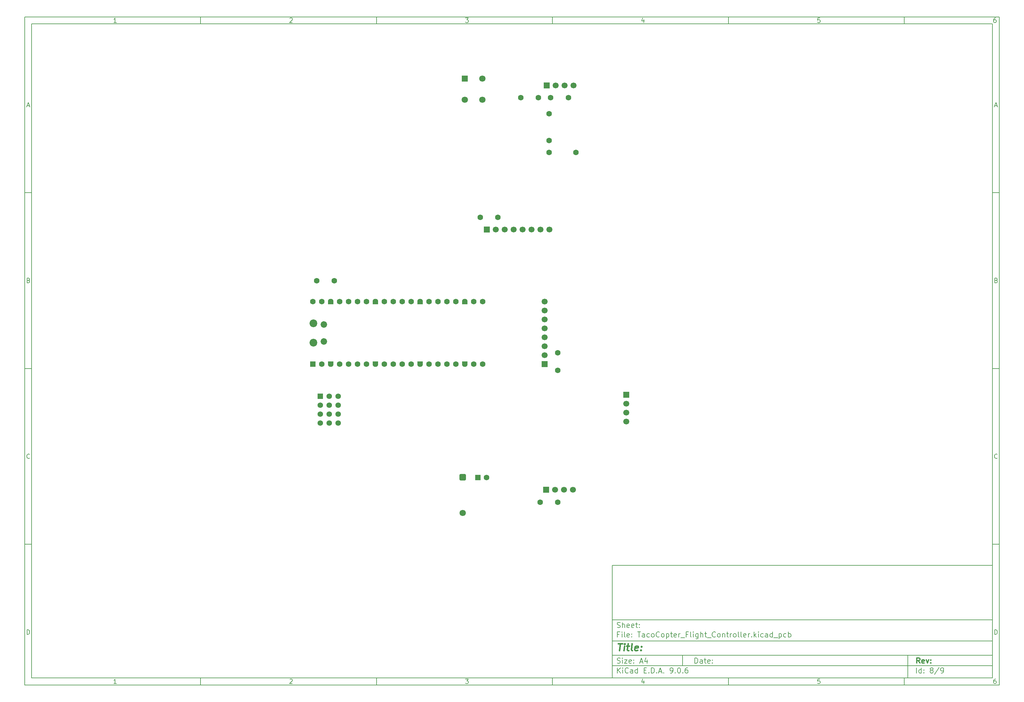
<source format=gbs>
%TF.GenerationSoftware,KiCad,Pcbnew,9.0.6*%
%TF.CreationDate,2025-12-22T22:43:43-05:00*%
%TF.ProjectId,TacoCopter_Flight_Controller,5461636f-436f-4707-9465-725f466c6967,rev?*%
%TF.SameCoordinates,Original*%
%TF.FileFunction,Soldermask,Bot*%
%TF.FilePolarity,Negative*%
%FSLAX46Y46*%
G04 Gerber Fmt 4.6, Leading zero omitted, Abs format (unit mm)*
G04 Created by KiCad (PCBNEW 9.0.6) date 2025-12-22 22:43:43*
%MOMM*%
%LPD*%
G01*
G04 APERTURE LIST*
G04 Aperture macros list*
%AMRoundRect*
0 Rectangle with rounded corners*
0 $1 Rounding radius*
0 $2 $3 $4 $5 $6 $7 $8 $9 X,Y pos of 4 corners*
0 Add a 4 corners polygon primitive as box body*
4,1,4,$2,$3,$4,$5,$6,$7,$8,$9,$2,$3,0*
0 Add four circle primitives for the rounded corners*
1,1,$1+$1,$2,$3*
1,1,$1+$1,$4,$5*
1,1,$1+$1,$6,$7*
1,1,$1+$1,$8,$9*
0 Add four rect primitives between the rounded corners*
20,1,$1+$1,$2,$3,$4,$5,0*
20,1,$1+$1,$4,$5,$6,$7,0*
20,1,$1+$1,$6,$7,$8,$9,0*
20,1,$1+$1,$8,$9,$2,$3,0*%
%AMFreePoly0*
4,1,37,0.000000,0.796148,0.078414,0.796148,0.232228,0.765552,0.377117,0.705537,0.507515,0.618408,0.618408,0.507515,0.705537,0.377117,0.765552,0.232228,0.796148,0.078414,0.796148,-0.078414,0.765552,-0.232228,0.705537,-0.377117,0.618408,-0.507515,0.507515,-0.618408,0.377117,-0.705537,0.232228,-0.765552,0.078414,-0.796148,0.000000,-0.796148,0.000000,-0.800000,-0.600000,-0.800000,
-0.603843,-0.796157,-0.639018,-0.796157,-0.711114,-0.766294,-0.766294,-0.711114,-0.796157,-0.639018,-0.796157,-0.603843,-0.800000,-0.600000,-0.800000,0.600000,-0.796157,0.603843,-0.796157,0.639018,-0.766294,0.711114,-0.711114,0.766294,-0.639018,0.796157,-0.603843,0.796157,-0.600000,0.800000,0.000000,0.800000,0.000000,0.796148,0.000000,0.796148,$1*%
%AMFreePoly1*
4,1,37,0.603843,0.796157,0.639018,0.796157,0.711114,0.766294,0.766294,0.711114,0.796157,0.639018,0.796157,0.603843,0.800000,0.600000,0.800000,-0.600000,0.796157,-0.603843,0.796157,-0.639018,0.766294,-0.711114,0.711114,-0.766294,0.639018,-0.796157,0.603843,-0.796157,0.600000,-0.800000,0.000000,-0.800000,0.000000,-0.796148,-0.078414,-0.796148,-0.232228,-0.765552,-0.377117,-0.705537,
-0.507515,-0.618408,-0.618408,-0.507515,-0.705537,-0.377117,-0.765552,-0.232228,-0.796148,-0.078414,-0.796148,0.078414,-0.765552,0.232228,-0.705537,0.377117,-0.618408,0.507515,-0.507515,0.618408,-0.377117,0.705537,-0.232228,0.765552,-0.078414,0.796148,0.000000,0.796148,0.000000,0.800000,0.600000,0.800000,0.603843,0.796157,0.603843,0.796157,$1*%
G04 Aperture macros list end*
%ADD10C,0.100000*%
%ADD11C,0.150000*%
%ADD12C,0.300000*%
%ADD13C,0.400000*%
%ADD14R,1.700000X1.700000*%
%ADD15C,1.700000*%
%ADD16C,1.600000*%
%ADD17FreePoly0,90.000000*%
%ADD18FreePoly1,90.000000*%
%ADD19RoundRect,0.200000X0.600000X-0.600000X0.600000X0.600000X-0.600000X0.600000X-0.600000X-0.600000X0*%
%ADD20C,2.200000*%
%ADD21C,1.850000*%
%ADD22RoundRect,0.250000X-0.550000X-0.550000X0.550000X-0.550000X0.550000X0.550000X-0.550000X0.550000X0*%
%ADD23R,1.800000X1.800000*%
%ADD24C,1.800000*%
%ADD25RoundRect,0.102000X-0.685000X0.685000X-0.685000X-0.685000X0.685000X-0.685000X0.685000X0.685000X0*%
%ADD26C,1.574000*%
%ADD27RoundRect,0.250000X-0.650000X0.650000X-0.650000X-0.650000X0.650000X-0.650000X0.650000X0.650000X0*%
G04 APERTURE END LIST*
D10*
D11*
X177002200Y-166007200D02*
X285002200Y-166007200D01*
X285002200Y-198007200D01*
X177002200Y-198007200D01*
X177002200Y-166007200D01*
D10*
D11*
X10000000Y-10000000D02*
X287002200Y-10000000D01*
X287002200Y-200007200D01*
X10000000Y-200007200D01*
X10000000Y-10000000D01*
D10*
D11*
X12000000Y-12000000D02*
X285002200Y-12000000D01*
X285002200Y-198007200D01*
X12000000Y-198007200D01*
X12000000Y-12000000D01*
D10*
D11*
X60000000Y-12000000D02*
X60000000Y-10000000D01*
D10*
D11*
X110000000Y-12000000D02*
X110000000Y-10000000D01*
D10*
D11*
X160000000Y-12000000D02*
X160000000Y-10000000D01*
D10*
D11*
X210000000Y-12000000D02*
X210000000Y-10000000D01*
D10*
D11*
X260000000Y-12000000D02*
X260000000Y-10000000D01*
D10*
D11*
X36089160Y-11593604D02*
X35346303Y-11593604D01*
X35717731Y-11593604D02*
X35717731Y-10293604D01*
X35717731Y-10293604D02*
X35593922Y-10479319D01*
X35593922Y-10479319D02*
X35470112Y-10603128D01*
X35470112Y-10603128D02*
X35346303Y-10665033D01*
D10*
D11*
X85346303Y-10417414D02*
X85408207Y-10355509D01*
X85408207Y-10355509D02*
X85532017Y-10293604D01*
X85532017Y-10293604D02*
X85841541Y-10293604D01*
X85841541Y-10293604D02*
X85965350Y-10355509D01*
X85965350Y-10355509D02*
X86027255Y-10417414D01*
X86027255Y-10417414D02*
X86089160Y-10541223D01*
X86089160Y-10541223D02*
X86089160Y-10665033D01*
X86089160Y-10665033D02*
X86027255Y-10850747D01*
X86027255Y-10850747D02*
X85284398Y-11593604D01*
X85284398Y-11593604D02*
X86089160Y-11593604D01*
D10*
D11*
X135284398Y-10293604D02*
X136089160Y-10293604D01*
X136089160Y-10293604D02*
X135655826Y-10788842D01*
X135655826Y-10788842D02*
X135841541Y-10788842D01*
X135841541Y-10788842D02*
X135965350Y-10850747D01*
X135965350Y-10850747D02*
X136027255Y-10912652D01*
X136027255Y-10912652D02*
X136089160Y-11036461D01*
X136089160Y-11036461D02*
X136089160Y-11345985D01*
X136089160Y-11345985D02*
X136027255Y-11469795D01*
X136027255Y-11469795D02*
X135965350Y-11531700D01*
X135965350Y-11531700D02*
X135841541Y-11593604D01*
X135841541Y-11593604D02*
X135470112Y-11593604D01*
X135470112Y-11593604D02*
X135346303Y-11531700D01*
X135346303Y-11531700D02*
X135284398Y-11469795D01*
D10*
D11*
X185965350Y-10726938D02*
X185965350Y-11593604D01*
X185655826Y-10231700D02*
X185346303Y-11160271D01*
X185346303Y-11160271D02*
X186151064Y-11160271D01*
D10*
D11*
X236027255Y-10293604D02*
X235408207Y-10293604D01*
X235408207Y-10293604D02*
X235346303Y-10912652D01*
X235346303Y-10912652D02*
X235408207Y-10850747D01*
X235408207Y-10850747D02*
X235532017Y-10788842D01*
X235532017Y-10788842D02*
X235841541Y-10788842D01*
X235841541Y-10788842D02*
X235965350Y-10850747D01*
X235965350Y-10850747D02*
X236027255Y-10912652D01*
X236027255Y-10912652D02*
X236089160Y-11036461D01*
X236089160Y-11036461D02*
X236089160Y-11345985D01*
X236089160Y-11345985D02*
X236027255Y-11469795D01*
X236027255Y-11469795D02*
X235965350Y-11531700D01*
X235965350Y-11531700D02*
X235841541Y-11593604D01*
X235841541Y-11593604D02*
X235532017Y-11593604D01*
X235532017Y-11593604D02*
X235408207Y-11531700D01*
X235408207Y-11531700D02*
X235346303Y-11469795D01*
D10*
D11*
X285965350Y-10293604D02*
X285717731Y-10293604D01*
X285717731Y-10293604D02*
X285593922Y-10355509D01*
X285593922Y-10355509D02*
X285532017Y-10417414D01*
X285532017Y-10417414D02*
X285408207Y-10603128D01*
X285408207Y-10603128D02*
X285346303Y-10850747D01*
X285346303Y-10850747D02*
X285346303Y-11345985D01*
X285346303Y-11345985D02*
X285408207Y-11469795D01*
X285408207Y-11469795D02*
X285470112Y-11531700D01*
X285470112Y-11531700D02*
X285593922Y-11593604D01*
X285593922Y-11593604D02*
X285841541Y-11593604D01*
X285841541Y-11593604D02*
X285965350Y-11531700D01*
X285965350Y-11531700D02*
X286027255Y-11469795D01*
X286027255Y-11469795D02*
X286089160Y-11345985D01*
X286089160Y-11345985D02*
X286089160Y-11036461D01*
X286089160Y-11036461D02*
X286027255Y-10912652D01*
X286027255Y-10912652D02*
X285965350Y-10850747D01*
X285965350Y-10850747D02*
X285841541Y-10788842D01*
X285841541Y-10788842D02*
X285593922Y-10788842D01*
X285593922Y-10788842D02*
X285470112Y-10850747D01*
X285470112Y-10850747D02*
X285408207Y-10912652D01*
X285408207Y-10912652D02*
X285346303Y-11036461D01*
D10*
D11*
X60000000Y-198007200D02*
X60000000Y-200007200D01*
D10*
D11*
X110000000Y-198007200D02*
X110000000Y-200007200D01*
D10*
D11*
X160000000Y-198007200D02*
X160000000Y-200007200D01*
D10*
D11*
X210000000Y-198007200D02*
X210000000Y-200007200D01*
D10*
D11*
X260000000Y-198007200D02*
X260000000Y-200007200D01*
D10*
D11*
X36089160Y-199600804D02*
X35346303Y-199600804D01*
X35717731Y-199600804D02*
X35717731Y-198300804D01*
X35717731Y-198300804D02*
X35593922Y-198486519D01*
X35593922Y-198486519D02*
X35470112Y-198610328D01*
X35470112Y-198610328D02*
X35346303Y-198672233D01*
D10*
D11*
X85346303Y-198424614D02*
X85408207Y-198362709D01*
X85408207Y-198362709D02*
X85532017Y-198300804D01*
X85532017Y-198300804D02*
X85841541Y-198300804D01*
X85841541Y-198300804D02*
X85965350Y-198362709D01*
X85965350Y-198362709D02*
X86027255Y-198424614D01*
X86027255Y-198424614D02*
X86089160Y-198548423D01*
X86089160Y-198548423D02*
X86089160Y-198672233D01*
X86089160Y-198672233D02*
X86027255Y-198857947D01*
X86027255Y-198857947D02*
X85284398Y-199600804D01*
X85284398Y-199600804D02*
X86089160Y-199600804D01*
D10*
D11*
X135284398Y-198300804D02*
X136089160Y-198300804D01*
X136089160Y-198300804D02*
X135655826Y-198796042D01*
X135655826Y-198796042D02*
X135841541Y-198796042D01*
X135841541Y-198796042D02*
X135965350Y-198857947D01*
X135965350Y-198857947D02*
X136027255Y-198919852D01*
X136027255Y-198919852D02*
X136089160Y-199043661D01*
X136089160Y-199043661D02*
X136089160Y-199353185D01*
X136089160Y-199353185D02*
X136027255Y-199476995D01*
X136027255Y-199476995D02*
X135965350Y-199538900D01*
X135965350Y-199538900D02*
X135841541Y-199600804D01*
X135841541Y-199600804D02*
X135470112Y-199600804D01*
X135470112Y-199600804D02*
X135346303Y-199538900D01*
X135346303Y-199538900D02*
X135284398Y-199476995D01*
D10*
D11*
X185965350Y-198734138D02*
X185965350Y-199600804D01*
X185655826Y-198238900D02*
X185346303Y-199167471D01*
X185346303Y-199167471D02*
X186151064Y-199167471D01*
D10*
D11*
X236027255Y-198300804D02*
X235408207Y-198300804D01*
X235408207Y-198300804D02*
X235346303Y-198919852D01*
X235346303Y-198919852D02*
X235408207Y-198857947D01*
X235408207Y-198857947D02*
X235532017Y-198796042D01*
X235532017Y-198796042D02*
X235841541Y-198796042D01*
X235841541Y-198796042D02*
X235965350Y-198857947D01*
X235965350Y-198857947D02*
X236027255Y-198919852D01*
X236027255Y-198919852D02*
X236089160Y-199043661D01*
X236089160Y-199043661D02*
X236089160Y-199353185D01*
X236089160Y-199353185D02*
X236027255Y-199476995D01*
X236027255Y-199476995D02*
X235965350Y-199538900D01*
X235965350Y-199538900D02*
X235841541Y-199600804D01*
X235841541Y-199600804D02*
X235532017Y-199600804D01*
X235532017Y-199600804D02*
X235408207Y-199538900D01*
X235408207Y-199538900D02*
X235346303Y-199476995D01*
D10*
D11*
X285965350Y-198300804D02*
X285717731Y-198300804D01*
X285717731Y-198300804D02*
X285593922Y-198362709D01*
X285593922Y-198362709D02*
X285532017Y-198424614D01*
X285532017Y-198424614D02*
X285408207Y-198610328D01*
X285408207Y-198610328D02*
X285346303Y-198857947D01*
X285346303Y-198857947D02*
X285346303Y-199353185D01*
X285346303Y-199353185D02*
X285408207Y-199476995D01*
X285408207Y-199476995D02*
X285470112Y-199538900D01*
X285470112Y-199538900D02*
X285593922Y-199600804D01*
X285593922Y-199600804D02*
X285841541Y-199600804D01*
X285841541Y-199600804D02*
X285965350Y-199538900D01*
X285965350Y-199538900D02*
X286027255Y-199476995D01*
X286027255Y-199476995D02*
X286089160Y-199353185D01*
X286089160Y-199353185D02*
X286089160Y-199043661D01*
X286089160Y-199043661D02*
X286027255Y-198919852D01*
X286027255Y-198919852D02*
X285965350Y-198857947D01*
X285965350Y-198857947D02*
X285841541Y-198796042D01*
X285841541Y-198796042D02*
X285593922Y-198796042D01*
X285593922Y-198796042D02*
X285470112Y-198857947D01*
X285470112Y-198857947D02*
X285408207Y-198919852D01*
X285408207Y-198919852D02*
X285346303Y-199043661D01*
D10*
D11*
X10000000Y-60000000D02*
X12000000Y-60000000D01*
D10*
D11*
X10000000Y-110000000D02*
X12000000Y-110000000D01*
D10*
D11*
X10000000Y-160000000D02*
X12000000Y-160000000D01*
D10*
D11*
X10690476Y-35222176D02*
X11309523Y-35222176D01*
X10566666Y-35593604D02*
X10999999Y-34293604D01*
X10999999Y-34293604D02*
X11433333Y-35593604D01*
D10*
D11*
X11092857Y-84912652D02*
X11278571Y-84974557D01*
X11278571Y-84974557D02*
X11340476Y-85036461D01*
X11340476Y-85036461D02*
X11402380Y-85160271D01*
X11402380Y-85160271D02*
X11402380Y-85345985D01*
X11402380Y-85345985D02*
X11340476Y-85469795D01*
X11340476Y-85469795D02*
X11278571Y-85531700D01*
X11278571Y-85531700D02*
X11154761Y-85593604D01*
X11154761Y-85593604D02*
X10659523Y-85593604D01*
X10659523Y-85593604D02*
X10659523Y-84293604D01*
X10659523Y-84293604D02*
X11092857Y-84293604D01*
X11092857Y-84293604D02*
X11216666Y-84355509D01*
X11216666Y-84355509D02*
X11278571Y-84417414D01*
X11278571Y-84417414D02*
X11340476Y-84541223D01*
X11340476Y-84541223D02*
X11340476Y-84665033D01*
X11340476Y-84665033D02*
X11278571Y-84788842D01*
X11278571Y-84788842D02*
X11216666Y-84850747D01*
X11216666Y-84850747D02*
X11092857Y-84912652D01*
X11092857Y-84912652D02*
X10659523Y-84912652D01*
D10*
D11*
X11402380Y-135469795D02*
X11340476Y-135531700D01*
X11340476Y-135531700D02*
X11154761Y-135593604D01*
X11154761Y-135593604D02*
X11030952Y-135593604D01*
X11030952Y-135593604D02*
X10845238Y-135531700D01*
X10845238Y-135531700D02*
X10721428Y-135407890D01*
X10721428Y-135407890D02*
X10659523Y-135284080D01*
X10659523Y-135284080D02*
X10597619Y-135036461D01*
X10597619Y-135036461D02*
X10597619Y-134850747D01*
X10597619Y-134850747D02*
X10659523Y-134603128D01*
X10659523Y-134603128D02*
X10721428Y-134479319D01*
X10721428Y-134479319D02*
X10845238Y-134355509D01*
X10845238Y-134355509D02*
X11030952Y-134293604D01*
X11030952Y-134293604D02*
X11154761Y-134293604D01*
X11154761Y-134293604D02*
X11340476Y-134355509D01*
X11340476Y-134355509D02*
X11402380Y-134417414D01*
D10*
D11*
X10659523Y-185593604D02*
X10659523Y-184293604D01*
X10659523Y-184293604D02*
X10969047Y-184293604D01*
X10969047Y-184293604D02*
X11154761Y-184355509D01*
X11154761Y-184355509D02*
X11278571Y-184479319D01*
X11278571Y-184479319D02*
X11340476Y-184603128D01*
X11340476Y-184603128D02*
X11402380Y-184850747D01*
X11402380Y-184850747D02*
X11402380Y-185036461D01*
X11402380Y-185036461D02*
X11340476Y-185284080D01*
X11340476Y-185284080D02*
X11278571Y-185407890D01*
X11278571Y-185407890D02*
X11154761Y-185531700D01*
X11154761Y-185531700D02*
X10969047Y-185593604D01*
X10969047Y-185593604D02*
X10659523Y-185593604D01*
D10*
D11*
X287002200Y-60000000D02*
X285002200Y-60000000D01*
D10*
D11*
X287002200Y-110000000D02*
X285002200Y-110000000D01*
D10*
D11*
X287002200Y-160000000D02*
X285002200Y-160000000D01*
D10*
D11*
X285692676Y-35222176D02*
X286311723Y-35222176D01*
X285568866Y-35593604D02*
X286002199Y-34293604D01*
X286002199Y-34293604D02*
X286435533Y-35593604D01*
D10*
D11*
X286095057Y-84912652D02*
X286280771Y-84974557D01*
X286280771Y-84974557D02*
X286342676Y-85036461D01*
X286342676Y-85036461D02*
X286404580Y-85160271D01*
X286404580Y-85160271D02*
X286404580Y-85345985D01*
X286404580Y-85345985D02*
X286342676Y-85469795D01*
X286342676Y-85469795D02*
X286280771Y-85531700D01*
X286280771Y-85531700D02*
X286156961Y-85593604D01*
X286156961Y-85593604D02*
X285661723Y-85593604D01*
X285661723Y-85593604D02*
X285661723Y-84293604D01*
X285661723Y-84293604D02*
X286095057Y-84293604D01*
X286095057Y-84293604D02*
X286218866Y-84355509D01*
X286218866Y-84355509D02*
X286280771Y-84417414D01*
X286280771Y-84417414D02*
X286342676Y-84541223D01*
X286342676Y-84541223D02*
X286342676Y-84665033D01*
X286342676Y-84665033D02*
X286280771Y-84788842D01*
X286280771Y-84788842D02*
X286218866Y-84850747D01*
X286218866Y-84850747D02*
X286095057Y-84912652D01*
X286095057Y-84912652D02*
X285661723Y-84912652D01*
D10*
D11*
X286404580Y-135469795D02*
X286342676Y-135531700D01*
X286342676Y-135531700D02*
X286156961Y-135593604D01*
X286156961Y-135593604D02*
X286033152Y-135593604D01*
X286033152Y-135593604D02*
X285847438Y-135531700D01*
X285847438Y-135531700D02*
X285723628Y-135407890D01*
X285723628Y-135407890D02*
X285661723Y-135284080D01*
X285661723Y-135284080D02*
X285599819Y-135036461D01*
X285599819Y-135036461D02*
X285599819Y-134850747D01*
X285599819Y-134850747D02*
X285661723Y-134603128D01*
X285661723Y-134603128D02*
X285723628Y-134479319D01*
X285723628Y-134479319D02*
X285847438Y-134355509D01*
X285847438Y-134355509D02*
X286033152Y-134293604D01*
X286033152Y-134293604D02*
X286156961Y-134293604D01*
X286156961Y-134293604D02*
X286342676Y-134355509D01*
X286342676Y-134355509D02*
X286404580Y-134417414D01*
D10*
D11*
X285661723Y-185593604D02*
X285661723Y-184293604D01*
X285661723Y-184293604D02*
X285971247Y-184293604D01*
X285971247Y-184293604D02*
X286156961Y-184355509D01*
X286156961Y-184355509D02*
X286280771Y-184479319D01*
X286280771Y-184479319D02*
X286342676Y-184603128D01*
X286342676Y-184603128D02*
X286404580Y-184850747D01*
X286404580Y-184850747D02*
X286404580Y-185036461D01*
X286404580Y-185036461D02*
X286342676Y-185284080D01*
X286342676Y-185284080D02*
X286280771Y-185407890D01*
X286280771Y-185407890D02*
X286156961Y-185531700D01*
X286156961Y-185531700D02*
X285971247Y-185593604D01*
X285971247Y-185593604D02*
X285661723Y-185593604D01*
D10*
D11*
X200458026Y-193793328D02*
X200458026Y-192293328D01*
X200458026Y-192293328D02*
X200815169Y-192293328D01*
X200815169Y-192293328D02*
X201029455Y-192364757D01*
X201029455Y-192364757D02*
X201172312Y-192507614D01*
X201172312Y-192507614D02*
X201243741Y-192650471D01*
X201243741Y-192650471D02*
X201315169Y-192936185D01*
X201315169Y-192936185D02*
X201315169Y-193150471D01*
X201315169Y-193150471D02*
X201243741Y-193436185D01*
X201243741Y-193436185D02*
X201172312Y-193579042D01*
X201172312Y-193579042D02*
X201029455Y-193721900D01*
X201029455Y-193721900D02*
X200815169Y-193793328D01*
X200815169Y-193793328D02*
X200458026Y-193793328D01*
X202600884Y-193793328D02*
X202600884Y-193007614D01*
X202600884Y-193007614D02*
X202529455Y-192864757D01*
X202529455Y-192864757D02*
X202386598Y-192793328D01*
X202386598Y-192793328D02*
X202100884Y-192793328D01*
X202100884Y-192793328D02*
X201958026Y-192864757D01*
X202600884Y-193721900D02*
X202458026Y-193793328D01*
X202458026Y-193793328D02*
X202100884Y-193793328D01*
X202100884Y-193793328D02*
X201958026Y-193721900D01*
X201958026Y-193721900D02*
X201886598Y-193579042D01*
X201886598Y-193579042D02*
X201886598Y-193436185D01*
X201886598Y-193436185D02*
X201958026Y-193293328D01*
X201958026Y-193293328D02*
X202100884Y-193221900D01*
X202100884Y-193221900D02*
X202458026Y-193221900D01*
X202458026Y-193221900D02*
X202600884Y-193150471D01*
X203100884Y-192793328D02*
X203672312Y-192793328D01*
X203315169Y-192293328D02*
X203315169Y-193579042D01*
X203315169Y-193579042D02*
X203386598Y-193721900D01*
X203386598Y-193721900D02*
X203529455Y-193793328D01*
X203529455Y-193793328D02*
X203672312Y-193793328D01*
X204743741Y-193721900D02*
X204600884Y-193793328D01*
X204600884Y-193793328D02*
X204315170Y-193793328D01*
X204315170Y-193793328D02*
X204172312Y-193721900D01*
X204172312Y-193721900D02*
X204100884Y-193579042D01*
X204100884Y-193579042D02*
X204100884Y-193007614D01*
X204100884Y-193007614D02*
X204172312Y-192864757D01*
X204172312Y-192864757D02*
X204315170Y-192793328D01*
X204315170Y-192793328D02*
X204600884Y-192793328D01*
X204600884Y-192793328D02*
X204743741Y-192864757D01*
X204743741Y-192864757D02*
X204815170Y-193007614D01*
X204815170Y-193007614D02*
X204815170Y-193150471D01*
X204815170Y-193150471D02*
X204100884Y-193293328D01*
X205458026Y-193650471D02*
X205529455Y-193721900D01*
X205529455Y-193721900D02*
X205458026Y-193793328D01*
X205458026Y-193793328D02*
X205386598Y-193721900D01*
X205386598Y-193721900D02*
X205458026Y-193650471D01*
X205458026Y-193650471D02*
X205458026Y-193793328D01*
X205458026Y-192864757D02*
X205529455Y-192936185D01*
X205529455Y-192936185D02*
X205458026Y-193007614D01*
X205458026Y-193007614D02*
X205386598Y-192936185D01*
X205386598Y-192936185D02*
X205458026Y-192864757D01*
X205458026Y-192864757D02*
X205458026Y-193007614D01*
D10*
D11*
X177002200Y-194507200D02*
X285002200Y-194507200D01*
D10*
D11*
X178458026Y-196593328D02*
X178458026Y-195093328D01*
X179315169Y-196593328D02*
X178672312Y-195736185D01*
X179315169Y-195093328D02*
X178458026Y-195950471D01*
X179958026Y-196593328D02*
X179958026Y-195593328D01*
X179958026Y-195093328D02*
X179886598Y-195164757D01*
X179886598Y-195164757D02*
X179958026Y-195236185D01*
X179958026Y-195236185D02*
X180029455Y-195164757D01*
X180029455Y-195164757D02*
X179958026Y-195093328D01*
X179958026Y-195093328D02*
X179958026Y-195236185D01*
X181529455Y-196450471D02*
X181458027Y-196521900D01*
X181458027Y-196521900D02*
X181243741Y-196593328D01*
X181243741Y-196593328D02*
X181100884Y-196593328D01*
X181100884Y-196593328D02*
X180886598Y-196521900D01*
X180886598Y-196521900D02*
X180743741Y-196379042D01*
X180743741Y-196379042D02*
X180672312Y-196236185D01*
X180672312Y-196236185D02*
X180600884Y-195950471D01*
X180600884Y-195950471D02*
X180600884Y-195736185D01*
X180600884Y-195736185D02*
X180672312Y-195450471D01*
X180672312Y-195450471D02*
X180743741Y-195307614D01*
X180743741Y-195307614D02*
X180886598Y-195164757D01*
X180886598Y-195164757D02*
X181100884Y-195093328D01*
X181100884Y-195093328D02*
X181243741Y-195093328D01*
X181243741Y-195093328D02*
X181458027Y-195164757D01*
X181458027Y-195164757D02*
X181529455Y-195236185D01*
X182815170Y-196593328D02*
X182815170Y-195807614D01*
X182815170Y-195807614D02*
X182743741Y-195664757D01*
X182743741Y-195664757D02*
X182600884Y-195593328D01*
X182600884Y-195593328D02*
X182315170Y-195593328D01*
X182315170Y-195593328D02*
X182172312Y-195664757D01*
X182815170Y-196521900D02*
X182672312Y-196593328D01*
X182672312Y-196593328D02*
X182315170Y-196593328D01*
X182315170Y-196593328D02*
X182172312Y-196521900D01*
X182172312Y-196521900D02*
X182100884Y-196379042D01*
X182100884Y-196379042D02*
X182100884Y-196236185D01*
X182100884Y-196236185D02*
X182172312Y-196093328D01*
X182172312Y-196093328D02*
X182315170Y-196021900D01*
X182315170Y-196021900D02*
X182672312Y-196021900D01*
X182672312Y-196021900D02*
X182815170Y-195950471D01*
X184172313Y-196593328D02*
X184172313Y-195093328D01*
X184172313Y-196521900D02*
X184029455Y-196593328D01*
X184029455Y-196593328D02*
X183743741Y-196593328D01*
X183743741Y-196593328D02*
X183600884Y-196521900D01*
X183600884Y-196521900D02*
X183529455Y-196450471D01*
X183529455Y-196450471D02*
X183458027Y-196307614D01*
X183458027Y-196307614D02*
X183458027Y-195879042D01*
X183458027Y-195879042D02*
X183529455Y-195736185D01*
X183529455Y-195736185D02*
X183600884Y-195664757D01*
X183600884Y-195664757D02*
X183743741Y-195593328D01*
X183743741Y-195593328D02*
X184029455Y-195593328D01*
X184029455Y-195593328D02*
X184172313Y-195664757D01*
X186029455Y-195807614D02*
X186529455Y-195807614D01*
X186743741Y-196593328D02*
X186029455Y-196593328D01*
X186029455Y-196593328D02*
X186029455Y-195093328D01*
X186029455Y-195093328D02*
X186743741Y-195093328D01*
X187386598Y-196450471D02*
X187458027Y-196521900D01*
X187458027Y-196521900D02*
X187386598Y-196593328D01*
X187386598Y-196593328D02*
X187315170Y-196521900D01*
X187315170Y-196521900D02*
X187386598Y-196450471D01*
X187386598Y-196450471D02*
X187386598Y-196593328D01*
X188100884Y-196593328D02*
X188100884Y-195093328D01*
X188100884Y-195093328D02*
X188458027Y-195093328D01*
X188458027Y-195093328D02*
X188672313Y-195164757D01*
X188672313Y-195164757D02*
X188815170Y-195307614D01*
X188815170Y-195307614D02*
X188886599Y-195450471D01*
X188886599Y-195450471D02*
X188958027Y-195736185D01*
X188958027Y-195736185D02*
X188958027Y-195950471D01*
X188958027Y-195950471D02*
X188886599Y-196236185D01*
X188886599Y-196236185D02*
X188815170Y-196379042D01*
X188815170Y-196379042D02*
X188672313Y-196521900D01*
X188672313Y-196521900D02*
X188458027Y-196593328D01*
X188458027Y-196593328D02*
X188100884Y-196593328D01*
X189600884Y-196450471D02*
X189672313Y-196521900D01*
X189672313Y-196521900D02*
X189600884Y-196593328D01*
X189600884Y-196593328D02*
X189529456Y-196521900D01*
X189529456Y-196521900D02*
X189600884Y-196450471D01*
X189600884Y-196450471D02*
X189600884Y-196593328D01*
X190243742Y-196164757D02*
X190958028Y-196164757D01*
X190100885Y-196593328D02*
X190600885Y-195093328D01*
X190600885Y-195093328D02*
X191100885Y-196593328D01*
X191600884Y-196450471D02*
X191672313Y-196521900D01*
X191672313Y-196521900D02*
X191600884Y-196593328D01*
X191600884Y-196593328D02*
X191529456Y-196521900D01*
X191529456Y-196521900D02*
X191600884Y-196450471D01*
X191600884Y-196450471D02*
X191600884Y-196593328D01*
X193529456Y-196593328D02*
X193815170Y-196593328D01*
X193815170Y-196593328D02*
X193958027Y-196521900D01*
X193958027Y-196521900D02*
X194029456Y-196450471D01*
X194029456Y-196450471D02*
X194172313Y-196236185D01*
X194172313Y-196236185D02*
X194243742Y-195950471D01*
X194243742Y-195950471D02*
X194243742Y-195379042D01*
X194243742Y-195379042D02*
X194172313Y-195236185D01*
X194172313Y-195236185D02*
X194100885Y-195164757D01*
X194100885Y-195164757D02*
X193958027Y-195093328D01*
X193958027Y-195093328D02*
X193672313Y-195093328D01*
X193672313Y-195093328D02*
X193529456Y-195164757D01*
X193529456Y-195164757D02*
X193458027Y-195236185D01*
X193458027Y-195236185D02*
X193386599Y-195379042D01*
X193386599Y-195379042D02*
X193386599Y-195736185D01*
X193386599Y-195736185D02*
X193458027Y-195879042D01*
X193458027Y-195879042D02*
X193529456Y-195950471D01*
X193529456Y-195950471D02*
X193672313Y-196021900D01*
X193672313Y-196021900D02*
X193958027Y-196021900D01*
X193958027Y-196021900D02*
X194100885Y-195950471D01*
X194100885Y-195950471D02*
X194172313Y-195879042D01*
X194172313Y-195879042D02*
X194243742Y-195736185D01*
X194886598Y-196450471D02*
X194958027Y-196521900D01*
X194958027Y-196521900D02*
X194886598Y-196593328D01*
X194886598Y-196593328D02*
X194815170Y-196521900D01*
X194815170Y-196521900D02*
X194886598Y-196450471D01*
X194886598Y-196450471D02*
X194886598Y-196593328D01*
X195886599Y-195093328D02*
X196029456Y-195093328D01*
X196029456Y-195093328D02*
X196172313Y-195164757D01*
X196172313Y-195164757D02*
X196243742Y-195236185D01*
X196243742Y-195236185D02*
X196315170Y-195379042D01*
X196315170Y-195379042D02*
X196386599Y-195664757D01*
X196386599Y-195664757D02*
X196386599Y-196021900D01*
X196386599Y-196021900D02*
X196315170Y-196307614D01*
X196315170Y-196307614D02*
X196243742Y-196450471D01*
X196243742Y-196450471D02*
X196172313Y-196521900D01*
X196172313Y-196521900D02*
X196029456Y-196593328D01*
X196029456Y-196593328D02*
X195886599Y-196593328D01*
X195886599Y-196593328D02*
X195743742Y-196521900D01*
X195743742Y-196521900D02*
X195672313Y-196450471D01*
X195672313Y-196450471D02*
X195600884Y-196307614D01*
X195600884Y-196307614D02*
X195529456Y-196021900D01*
X195529456Y-196021900D02*
X195529456Y-195664757D01*
X195529456Y-195664757D02*
X195600884Y-195379042D01*
X195600884Y-195379042D02*
X195672313Y-195236185D01*
X195672313Y-195236185D02*
X195743742Y-195164757D01*
X195743742Y-195164757D02*
X195886599Y-195093328D01*
X197029455Y-196450471D02*
X197100884Y-196521900D01*
X197100884Y-196521900D02*
X197029455Y-196593328D01*
X197029455Y-196593328D02*
X196958027Y-196521900D01*
X196958027Y-196521900D02*
X197029455Y-196450471D01*
X197029455Y-196450471D02*
X197029455Y-196593328D01*
X198386599Y-195093328D02*
X198100884Y-195093328D01*
X198100884Y-195093328D02*
X197958027Y-195164757D01*
X197958027Y-195164757D02*
X197886599Y-195236185D01*
X197886599Y-195236185D02*
X197743741Y-195450471D01*
X197743741Y-195450471D02*
X197672313Y-195736185D01*
X197672313Y-195736185D02*
X197672313Y-196307614D01*
X197672313Y-196307614D02*
X197743741Y-196450471D01*
X197743741Y-196450471D02*
X197815170Y-196521900D01*
X197815170Y-196521900D02*
X197958027Y-196593328D01*
X197958027Y-196593328D02*
X198243741Y-196593328D01*
X198243741Y-196593328D02*
X198386599Y-196521900D01*
X198386599Y-196521900D02*
X198458027Y-196450471D01*
X198458027Y-196450471D02*
X198529456Y-196307614D01*
X198529456Y-196307614D02*
X198529456Y-195950471D01*
X198529456Y-195950471D02*
X198458027Y-195807614D01*
X198458027Y-195807614D02*
X198386599Y-195736185D01*
X198386599Y-195736185D02*
X198243741Y-195664757D01*
X198243741Y-195664757D02*
X197958027Y-195664757D01*
X197958027Y-195664757D02*
X197815170Y-195736185D01*
X197815170Y-195736185D02*
X197743741Y-195807614D01*
X197743741Y-195807614D02*
X197672313Y-195950471D01*
D10*
D11*
X177002200Y-191507200D02*
X285002200Y-191507200D01*
D10*
D12*
X264413853Y-193785528D02*
X263913853Y-193071242D01*
X263556710Y-193785528D02*
X263556710Y-192285528D01*
X263556710Y-192285528D02*
X264128139Y-192285528D01*
X264128139Y-192285528D02*
X264270996Y-192356957D01*
X264270996Y-192356957D02*
X264342425Y-192428385D01*
X264342425Y-192428385D02*
X264413853Y-192571242D01*
X264413853Y-192571242D02*
X264413853Y-192785528D01*
X264413853Y-192785528D02*
X264342425Y-192928385D01*
X264342425Y-192928385D02*
X264270996Y-192999814D01*
X264270996Y-192999814D02*
X264128139Y-193071242D01*
X264128139Y-193071242D02*
X263556710Y-193071242D01*
X265628139Y-193714100D02*
X265485282Y-193785528D01*
X265485282Y-193785528D02*
X265199568Y-193785528D01*
X265199568Y-193785528D02*
X265056710Y-193714100D01*
X265056710Y-193714100D02*
X264985282Y-193571242D01*
X264985282Y-193571242D02*
X264985282Y-192999814D01*
X264985282Y-192999814D02*
X265056710Y-192856957D01*
X265056710Y-192856957D02*
X265199568Y-192785528D01*
X265199568Y-192785528D02*
X265485282Y-192785528D01*
X265485282Y-192785528D02*
X265628139Y-192856957D01*
X265628139Y-192856957D02*
X265699568Y-192999814D01*
X265699568Y-192999814D02*
X265699568Y-193142671D01*
X265699568Y-193142671D02*
X264985282Y-193285528D01*
X266199567Y-192785528D02*
X266556710Y-193785528D01*
X266556710Y-193785528D02*
X266913853Y-192785528D01*
X267485281Y-193642671D02*
X267556710Y-193714100D01*
X267556710Y-193714100D02*
X267485281Y-193785528D01*
X267485281Y-193785528D02*
X267413853Y-193714100D01*
X267413853Y-193714100D02*
X267485281Y-193642671D01*
X267485281Y-193642671D02*
X267485281Y-193785528D01*
X267485281Y-192856957D02*
X267556710Y-192928385D01*
X267556710Y-192928385D02*
X267485281Y-192999814D01*
X267485281Y-192999814D02*
X267413853Y-192928385D01*
X267413853Y-192928385D02*
X267485281Y-192856957D01*
X267485281Y-192856957D02*
X267485281Y-192999814D01*
D10*
D11*
X178386598Y-193721900D02*
X178600884Y-193793328D01*
X178600884Y-193793328D02*
X178958026Y-193793328D01*
X178958026Y-193793328D02*
X179100884Y-193721900D01*
X179100884Y-193721900D02*
X179172312Y-193650471D01*
X179172312Y-193650471D02*
X179243741Y-193507614D01*
X179243741Y-193507614D02*
X179243741Y-193364757D01*
X179243741Y-193364757D02*
X179172312Y-193221900D01*
X179172312Y-193221900D02*
X179100884Y-193150471D01*
X179100884Y-193150471D02*
X178958026Y-193079042D01*
X178958026Y-193079042D02*
X178672312Y-193007614D01*
X178672312Y-193007614D02*
X178529455Y-192936185D01*
X178529455Y-192936185D02*
X178458026Y-192864757D01*
X178458026Y-192864757D02*
X178386598Y-192721900D01*
X178386598Y-192721900D02*
X178386598Y-192579042D01*
X178386598Y-192579042D02*
X178458026Y-192436185D01*
X178458026Y-192436185D02*
X178529455Y-192364757D01*
X178529455Y-192364757D02*
X178672312Y-192293328D01*
X178672312Y-192293328D02*
X179029455Y-192293328D01*
X179029455Y-192293328D02*
X179243741Y-192364757D01*
X179886597Y-193793328D02*
X179886597Y-192793328D01*
X179886597Y-192293328D02*
X179815169Y-192364757D01*
X179815169Y-192364757D02*
X179886597Y-192436185D01*
X179886597Y-192436185D02*
X179958026Y-192364757D01*
X179958026Y-192364757D02*
X179886597Y-192293328D01*
X179886597Y-192293328D02*
X179886597Y-192436185D01*
X180458026Y-192793328D02*
X181243741Y-192793328D01*
X181243741Y-192793328D02*
X180458026Y-193793328D01*
X180458026Y-193793328D02*
X181243741Y-193793328D01*
X182386598Y-193721900D02*
X182243741Y-193793328D01*
X182243741Y-193793328D02*
X181958027Y-193793328D01*
X181958027Y-193793328D02*
X181815169Y-193721900D01*
X181815169Y-193721900D02*
X181743741Y-193579042D01*
X181743741Y-193579042D02*
X181743741Y-193007614D01*
X181743741Y-193007614D02*
X181815169Y-192864757D01*
X181815169Y-192864757D02*
X181958027Y-192793328D01*
X181958027Y-192793328D02*
X182243741Y-192793328D01*
X182243741Y-192793328D02*
X182386598Y-192864757D01*
X182386598Y-192864757D02*
X182458027Y-193007614D01*
X182458027Y-193007614D02*
X182458027Y-193150471D01*
X182458027Y-193150471D02*
X181743741Y-193293328D01*
X183100883Y-193650471D02*
X183172312Y-193721900D01*
X183172312Y-193721900D02*
X183100883Y-193793328D01*
X183100883Y-193793328D02*
X183029455Y-193721900D01*
X183029455Y-193721900D02*
X183100883Y-193650471D01*
X183100883Y-193650471D02*
X183100883Y-193793328D01*
X183100883Y-192864757D02*
X183172312Y-192936185D01*
X183172312Y-192936185D02*
X183100883Y-193007614D01*
X183100883Y-193007614D02*
X183029455Y-192936185D01*
X183029455Y-192936185D02*
X183100883Y-192864757D01*
X183100883Y-192864757D02*
X183100883Y-193007614D01*
X184886598Y-193364757D02*
X185600884Y-193364757D01*
X184743741Y-193793328D02*
X185243741Y-192293328D01*
X185243741Y-192293328D02*
X185743741Y-193793328D01*
X186886598Y-192793328D02*
X186886598Y-193793328D01*
X186529455Y-192221900D02*
X186172312Y-193293328D01*
X186172312Y-193293328D02*
X187100883Y-193293328D01*
D10*
D11*
X263458026Y-196593328D02*
X263458026Y-195093328D01*
X264815170Y-196593328D02*
X264815170Y-195093328D01*
X264815170Y-196521900D02*
X264672312Y-196593328D01*
X264672312Y-196593328D02*
X264386598Y-196593328D01*
X264386598Y-196593328D02*
X264243741Y-196521900D01*
X264243741Y-196521900D02*
X264172312Y-196450471D01*
X264172312Y-196450471D02*
X264100884Y-196307614D01*
X264100884Y-196307614D02*
X264100884Y-195879042D01*
X264100884Y-195879042D02*
X264172312Y-195736185D01*
X264172312Y-195736185D02*
X264243741Y-195664757D01*
X264243741Y-195664757D02*
X264386598Y-195593328D01*
X264386598Y-195593328D02*
X264672312Y-195593328D01*
X264672312Y-195593328D02*
X264815170Y-195664757D01*
X265529455Y-196450471D02*
X265600884Y-196521900D01*
X265600884Y-196521900D02*
X265529455Y-196593328D01*
X265529455Y-196593328D02*
X265458027Y-196521900D01*
X265458027Y-196521900D02*
X265529455Y-196450471D01*
X265529455Y-196450471D02*
X265529455Y-196593328D01*
X265529455Y-195664757D02*
X265600884Y-195736185D01*
X265600884Y-195736185D02*
X265529455Y-195807614D01*
X265529455Y-195807614D02*
X265458027Y-195736185D01*
X265458027Y-195736185D02*
X265529455Y-195664757D01*
X265529455Y-195664757D02*
X265529455Y-195807614D01*
X267600884Y-195736185D02*
X267458027Y-195664757D01*
X267458027Y-195664757D02*
X267386598Y-195593328D01*
X267386598Y-195593328D02*
X267315170Y-195450471D01*
X267315170Y-195450471D02*
X267315170Y-195379042D01*
X267315170Y-195379042D02*
X267386598Y-195236185D01*
X267386598Y-195236185D02*
X267458027Y-195164757D01*
X267458027Y-195164757D02*
X267600884Y-195093328D01*
X267600884Y-195093328D02*
X267886598Y-195093328D01*
X267886598Y-195093328D02*
X268029456Y-195164757D01*
X268029456Y-195164757D02*
X268100884Y-195236185D01*
X268100884Y-195236185D02*
X268172313Y-195379042D01*
X268172313Y-195379042D02*
X268172313Y-195450471D01*
X268172313Y-195450471D02*
X268100884Y-195593328D01*
X268100884Y-195593328D02*
X268029456Y-195664757D01*
X268029456Y-195664757D02*
X267886598Y-195736185D01*
X267886598Y-195736185D02*
X267600884Y-195736185D01*
X267600884Y-195736185D02*
X267458027Y-195807614D01*
X267458027Y-195807614D02*
X267386598Y-195879042D01*
X267386598Y-195879042D02*
X267315170Y-196021900D01*
X267315170Y-196021900D02*
X267315170Y-196307614D01*
X267315170Y-196307614D02*
X267386598Y-196450471D01*
X267386598Y-196450471D02*
X267458027Y-196521900D01*
X267458027Y-196521900D02*
X267600884Y-196593328D01*
X267600884Y-196593328D02*
X267886598Y-196593328D01*
X267886598Y-196593328D02*
X268029456Y-196521900D01*
X268029456Y-196521900D02*
X268100884Y-196450471D01*
X268100884Y-196450471D02*
X268172313Y-196307614D01*
X268172313Y-196307614D02*
X268172313Y-196021900D01*
X268172313Y-196021900D02*
X268100884Y-195879042D01*
X268100884Y-195879042D02*
X268029456Y-195807614D01*
X268029456Y-195807614D02*
X267886598Y-195736185D01*
X269886598Y-195021900D02*
X268600884Y-196950471D01*
X270458027Y-196593328D02*
X270743741Y-196593328D01*
X270743741Y-196593328D02*
X270886598Y-196521900D01*
X270886598Y-196521900D02*
X270958027Y-196450471D01*
X270958027Y-196450471D02*
X271100884Y-196236185D01*
X271100884Y-196236185D02*
X271172313Y-195950471D01*
X271172313Y-195950471D02*
X271172313Y-195379042D01*
X271172313Y-195379042D02*
X271100884Y-195236185D01*
X271100884Y-195236185D02*
X271029456Y-195164757D01*
X271029456Y-195164757D02*
X270886598Y-195093328D01*
X270886598Y-195093328D02*
X270600884Y-195093328D01*
X270600884Y-195093328D02*
X270458027Y-195164757D01*
X270458027Y-195164757D02*
X270386598Y-195236185D01*
X270386598Y-195236185D02*
X270315170Y-195379042D01*
X270315170Y-195379042D02*
X270315170Y-195736185D01*
X270315170Y-195736185D02*
X270386598Y-195879042D01*
X270386598Y-195879042D02*
X270458027Y-195950471D01*
X270458027Y-195950471D02*
X270600884Y-196021900D01*
X270600884Y-196021900D02*
X270886598Y-196021900D01*
X270886598Y-196021900D02*
X271029456Y-195950471D01*
X271029456Y-195950471D02*
X271100884Y-195879042D01*
X271100884Y-195879042D02*
X271172313Y-195736185D01*
D10*
D11*
X177002200Y-187507200D02*
X285002200Y-187507200D01*
D10*
D13*
X178693928Y-188211638D02*
X179836785Y-188211638D01*
X179015357Y-190211638D02*
X179265357Y-188211638D01*
X180253452Y-190211638D02*
X180420119Y-188878304D01*
X180503452Y-188211638D02*
X180396309Y-188306876D01*
X180396309Y-188306876D02*
X180479643Y-188402114D01*
X180479643Y-188402114D02*
X180586786Y-188306876D01*
X180586786Y-188306876D02*
X180503452Y-188211638D01*
X180503452Y-188211638D02*
X180479643Y-188402114D01*
X181086786Y-188878304D02*
X181848690Y-188878304D01*
X181455833Y-188211638D02*
X181241548Y-189925923D01*
X181241548Y-189925923D02*
X181312976Y-190116400D01*
X181312976Y-190116400D02*
X181491548Y-190211638D01*
X181491548Y-190211638D02*
X181682024Y-190211638D01*
X182634405Y-190211638D02*
X182455833Y-190116400D01*
X182455833Y-190116400D02*
X182384405Y-189925923D01*
X182384405Y-189925923D02*
X182598690Y-188211638D01*
X184170119Y-190116400D02*
X183967738Y-190211638D01*
X183967738Y-190211638D02*
X183586785Y-190211638D01*
X183586785Y-190211638D02*
X183408214Y-190116400D01*
X183408214Y-190116400D02*
X183336785Y-189925923D01*
X183336785Y-189925923D02*
X183432024Y-189164019D01*
X183432024Y-189164019D02*
X183551071Y-188973542D01*
X183551071Y-188973542D02*
X183753452Y-188878304D01*
X183753452Y-188878304D02*
X184134404Y-188878304D01*
X184134404Y-188878304D02*
X184312976Y-188973542D01*
X184312976Y-188973542D02*
X184384404Y-189164019D01*
X184384404Y-189164019D02*
X184360595Y-189354495D01*
X184360595Y-189354495D02*
X183384404Y-189544971D01*
X185134405Y-190021161D02*
X185217738Y-190116400D01*
X185217738Y-190116400D02*
X185110595Y-190211638D01*
X185110595Y-190211638D02*
X185027262Y-190116400D01*
X185027262Y-190116400D02*
X185134405Y-190021161D01*
X185134405Y-190021161D02*
X185110595Y-190211638D01*
X185265357Y-188973542D02*
X185348690Y-189068780D01*
X185348690Y-189068780D02*
X185241548Y-189164019D01*
X185241548Y-189164019D02*
X185158214Y-189068780D01*
X185158214Y-189068780D02*
X185265357Y-188973542D01*
X185265357Y-188973542D02*
X185241548Y-189164019D01*
D10*
D11*
X178958026Y-185607614D02*
X178458026Y-185607614D01*
X178458026Y-186393328D02*
X178458026Y-184893328D01*
X178458026Y-184893328D02*
X179172312Y-184893328D01*
X179743740Y-186393328D02*
X179743740Y-185393328D01*
X179743740Y-184893328D02*
X179672312Y-184964757D01*
X179672312Y-184964757D02*
X179743740Y-185036185D01*
X179743740Y-185036185D02*
X179815169Y-184964757D01*
X179815169Y-184964757D02*
X179743740Y-184893328D01*
X179743740Y-184893328D02*
X179743740Y-185036185D01*
X180672312Y-186393328D02*
X180529455Y-186321900D01*
X180529455Y-186321900D02*
X180458026Y-186179042D01*
X180458026Y-186179042D02*
X180458026Y-184893328D01*
X181815169Y-186321900D02*
X181672312Y-186393328D01*
X181672312Y-186393328D02*
X181386598Y-186393328D01*
X181386598Y-186393328D02*
X181243740Y-186321900D01*
X181243740Y-186321900D02*
X181172312Y-186179042D01*
X181172312Y-186179042D02*
X181172312Y-185607614D01*
X181172312Y-185607614D02*
X181243740Y-185464757D01*
X181243740Y-185464757D02*
X181386598Y-185393328D01*
X181386598Y-185393328D02*
X181672312Y-185393328D01*
X181672312Y-185393328D02*
X181815169Y-185464757D01*
X181815169Y-185464757D02*
X181886598Y-185607614D01*
X181886598Y-185607614D02*
X181886598Y-185750471D01*
X181886598Y-185750471D02*
X181172312Y-185893328D01*
X182529454Y-186250471D02*
X182600883Y-186321900D01*
X182600883Y-186321900D02*
X182529454Y-186393328D01*
X182529454Y-186393328D02*
X182458026Y-186321900D01*
X182458026Y-186321900D02*
X182529454Y-186250471D01*
X182529454Y-186250471D02*
X182529454Y-186393328D01*
X182529454Y-185464757D02*
X182600883Y-185536185D01*
X182600883Y-185536185D02*
X182529454Y-185607614D01*
X182529454Y-185607614D02*
X182458026Y-185536185D01*
X182458026Y-185536185D02*
X182529454Y-185464757D01*
X182529454Y-185464757D02*
X182529454Y-185607614D01*
X184172312Y-184893328D02*
X185029455Y-184893328D01*
X184600883Y-186393328D02*
X184600883Y-184893328D01*
X186172312Y-186393328D02*
X186172312Y-185607614D01*
X186172312Y-185607614D02*
X186100883Y-185464757D01*
X186100883Y-185464757D02*
X185958026Y-185393328D01*
X185958026Y-185393328D02*
X185672312Y-185393328D01*
X185672312Y-185393328D02*
X185529454Y-185464757D01*
X186172312Y-186321900D02*
X186029454Y-186393328D01*
X186029454Y-186393328D02*
X185672312Y-186393328D01*
X185672312Y-186393328D02*
X185529454Y-186321900D01*
X185529454Y-186321900D02*
X185458026Y-186179042D01*
X185458026Y-186179042D02*
X185458026Y-186036185D01*
X185458026Y-186036185D02*
X185529454Y-185893328D01*
X185529454Y-185893328D02*
X185672312Y-185821900D01*
X185672312Y-185821900D02*
X186029454Y-185821900D01*
X186029454Y-185821900D02*
X186172312Y-185750471D01*
X187529455Y-186321900D02*
X187386597Y-186393328D01*
X187386597Y-186393328D02*
X187100883Y-186393328D01*
X187100883Y-186393328D02*
X186958026Y-186321900D01*
X186958026Y-186321900D02*
X186886597Y-186250471D01*
X186886597Y-186250471D02*
X186815169Y-186107614D01*
X186815169Y-186107614D02*
X186815169Y-185679042D01*
X186815169Y-185679042D02*
X186886597Y-185536185D01*
X186886597Y-185536185D02*
X186958026Y-185464757D01*
X186958026Y-185464757D02*
X187100883Y-185393328D01*
X187100883Y-185393328D02*
X187386597Y-185393328D01*
X187386597Y-185393328D02*
X187529455Y-185464757D01*
X188386597Y-186393328D02*
X188243740Y-186321900D01*
X188243740Y-186321900D02*
X188172311Y-186250471D01*
X188172311Y-186250471D02*
X188100883Y-186107614D01*
X188100883Y-186107614D02*
X188100883Y-185679042D01*
X188100883Y-185679042D02*
X188172311Y-185536185D01*
X188172311Y-185536185D02*
X188243740Y-185464757D01*
X188243740Y-185464757D02*
X188386597Y-185393328D01*
X188386597Y-185393328D02*
X188600883Y-185393328D01*
X188600883Y-185393328D02*
X188743740Y-185464757D01*
X188743740Y-185464757D02*
X188815169Y-185536185D01*
X188815169Y-185536185D02*
X188886597Y-185679042D01*
X188886597Y-185679042D02*
X188886597Y-186107614D01*
X188886597Y-186107614D02*
X188815169Y-186250471D01*
X188815169Y-186250471D02*
X188743740Y-186321900D01*
X188743740Y-186321900D02*
X188600883Y-186393328D01*
X188600883Y-186393328D02*
X188386597Y-186393328D01*
X190386597Y-186250471D02*
X190315169Y-186321900D01*
X190315169Y-186321900D02*
X190100883Y-186393328D01*
X190100883Y-186393328D02*
X189958026Y-186393328D01*
X189958026Y-186393328D02*
X189743740Y-186321900D01*
X189743740Y-186321900D02*
X189600883Y-186179042D01*
X189600883Y-186179042D02*
X189529454Y-186036185D01*
X189529454Y-186036185D02*
X189458026Y-185750471D01*
X189458026Y-185750471D02*
X189458026Y-185536185D01*
X189458026Y-185536185D02*
X189529454Y-185250471D01*
X189529454Y-185250471D02*
X189600883Y-185107614D01*
X189600883Y-185107614D02*
X189743740Y-184964757D01*
X189743740Y-184964757D02*
X189958026Y-184893328D01*
X189958026Y-184893328D02*
X190100883Y-184893328D01*
X190100883Y-184893328D02*
X190315169Y-184964757D01*
X190315169Y-184964757D02*
X190386597Y-185036185D01*
X191243740Y-186393328D02*
X191100883Y-186321900D01*
X191100883Y-186321900D02*
X191029454Y-186250471D01*
X191029454Y-186250471D02*
X190958026Y-186107614D01*
X190958026Y-186107614D02*
X190958026Y-185679042D01*
X190958026Y-185679042D02*
X191029454Y-185536185D01*
X191029454Y-185536185D02*
X191100883Y-185464757D01*
X191100883Y-185464757D02*
X191243740Y-185393328D01*
X191243740Y-185393328D02*
X191458026Y-185393328D01*
X191458026Y-185393328D02*
X191600883Y-185464757D01*
X191600883Y-185464757D02*
X191672312Y-185536185D01*
X191672312Y-185536185D02*
X191743740Y-185679042D01*
X191743740Y-185679042D02*
X191743740Y-186107614D01*
X191743740Y-186107614D02*
X191672312Y-186250471D01*
X191672312Y-186250471D02*
X191600883Y-186321900D01*
X191600883Y-186321900D02*
X191458026Y-186393328D01*
X191458026Y-186393328D02*
X191243740Y-186393328D01*
X192386597Y-185393328D02*
X192386597Y-186893328D01*
X192386597Y-185464757D02*
X192529455Y-185393328D01*
X192529455Y-185393328D02*
X192815169Y-185393328D01*
X192815169Y-185393328D02*
X192958026Y-185464757D01*
X192958026Y-185464757D02*
X193029455Y-185536185D01*
X193029455Y-185536185D02*
X193100883Y-185679042D01*
X193100883Y-185679042D02*
X193100883Y-186107614D01*
X193100883Y-186107614D02*
X193029455Y-186250471D01*
X193029455Y-186250471D02*
X192958026Y-186321900D01*
X192958026Y-186321900D02*
X192815169Y-186393328D01*
X192815169Y-186393328D02*
X192529455Y-186393328D01*
X192529455Y-186393328D02*
X192386597Y-186321900D01*
X193529455Y-185393328D02*
X194100883Y-185393328D01*
X193743740Y-184893328D02*
X193743740Y-186179042D01*
X193743740Y-186179042D02*
X193815169Y-186321900D01*
X193815169Y-186321900D02*
X193958026Y-186393328D01*
X193958026Y-186393328D02*
X194100883Y-186393328D01*
X195172312Y-186321900D02*
X195029455Y-186393328D01*
X195029455Y-186393328D02*
X194743741Y-186393328D01*
X194743741Y-186393328D02*
X194600883Y-186321900D01*
X194600883Y-186321900D02*
X194529455Y-186179042D01*
X194529455Y-186179042D02*
X194529455Y-185607614D01*
X194529455Y-185607614D02*
X194600883Y-185464757D01*
X194600883Y-185464757D02*
X194743741Y-185393328D01*
X194743741Y-185393328D02*
X195029455Y-185393328D01*
X195029455Y-185393328D02*
X195172312Y-185464757D01*
X195172312Y-185464757D02*
X195243741Y-185607614D01*
X195243741Y-185607614D02*
X195243741Y-185750471D01*
X195243741Y-185750471D02*
X194529455Y-185893328D01*
X195886597Y-186393328D02*
X195886597Y-185393328D01*
X195886597Y-185679042D02*
X195958026Y-185536185D01*
X195958026Y-185536185D02*
X196029455Y-185464757D01*
X196029455Y-185464757D02*
X196172312Y-185393328D01*
X196172312Y-185393328D02*
X196315169Y-185393328D01*
X196458026Y-186536185D02*
X197600883Y-186536185D01*
X198458025Y-185607614D02*
X197958025Y-185607614D01*
X197958025Y-186393328D02*
X197958025Y-184893328D01*
X197958025Y-184893328D02*
X198672311Y-184893328D01*
X199458025Y-186393328D02*
X199315168Y-186321900D01*
X199315168Y-186321900D02*
X199243739Y-186179042D01*
X199243739Y-186179042D02*
X199243739Y-184893328D01*
X200029453Y-186393328D02*
X200029453Y-185393328D01*
X200029453Y-184893328D02*
X199958025Y-184964757D01*
X199958025Y-184964757D02*
X200029453Y-185036185D01*
X200029453Y-185036185D02*
X200100882Y-184964757D01*
X200100882Y-184964757D02*
X200029453Y-184893328D01*
X200029453Y-184893328D02*
X200029453Y-185036185D01*
X201386597Y-185393328D02*
X201386597Y-186607614D01*
X201386597Y-186607614D02*
X201315168Y-186750471D01*
X201315168Y-186750471D02*
X201243739Y-186821900D01*
X201243739Y-186821900D02*
X201100882Y-186893328D01*
X201100882Y-186893328D02*
X200886597Y-186893328D01*
X200886597Y-186893328D02*
X200743739Y-186821900D01*
X201386597Y-186321900D02*
X201243739Y-186393328D01*
X201243739Y-186393328D02*
X200958025Y-186393328D01*
X200958025Y-186393328D02*
X200815168Y-186321900D01*
X200815168Y-186321900D02*
X200743739Y-186250471D01*
X200743739Y-186250471D02*
X200672311Y-186107614D01*
X200672311Y-186107614D02*
X200672311Y-185679042D01*
X200672311Y-185679042D02*
X200743739Y-185536185D01*
X200743739Y-185536185D02*
X200815168Y-185464757D01*
X200815168Y-185464757D02*
X200958025Y-185393328D01*
X200958025Y-185393328D02*
X201243739Y-185393328D01*
X201243739Y-185393328D02*
X201386597Y-185464757D01*
X202100882Y-186393328D02*
X202100882Y-184893328D01*
X202743740Y-186393328D02*
X202743740Y-185607614D01*
X202743740Y-185607614D02*
X202672311Y-185464757D01*
X202672311Y-185464757D02*
X202529454Y-185393328D01*
X202529454Y-185393328D02*
X202315168Y-185393328D01*
X202315168Y-185393328D02*
X202172311Y-185464757D01*
X202172311Y-185464757D02*
X202100882Y-185536185D01*
X203243740Y-185393328D02*
X203815168Y-185393328D01*
X203458025Y-184893328D02*
X203458025Y-186179042D01*
X203458025Y-186179042D02*
X203529454Y-186321900D01*
X203529454Y-186321900D02*
X203672311Y-186393328D01*
X203672311Y-186393328D02*
X203815168Y-186393328D01*
X203958026Y-186536185D02*
X205100883Y-186536185D01*
X206315168Y-186250471D02*
X206243740Y-186321900D01*
X206243740Y-186321900D02*
X206029454Y-186393328D01*
X206029454Y-186393328D02*
X205886597Y-186393328D01*
X205886597Y-186393328D02*
X205672311Y-186321900D01*
X205672311Y-186321900D02*
X205529454Y-186179042D01*
X205529454Y-186179042D02*
X205458025Y-186036185D01*
X205458025Y-186036185D02*
X205386597Y-185750471D01*
X205386597Y-185750471D02*
X205386597Y-185536185D01*
X205386597Y-185536185D02*
X205458025Y-185250471D01*
X205458025Y-185250471D02*
X205529454Y-185107614D01*
X205529454Y-185107614D02*
X205672311Y-184964757D01*
X205672311Y-184964757D02*
X205886597Y-184893328D01*
X205886597Y-184893328D02*
X206029454Y-184893328D01*
X206029454Y-184893328D02*
X206243740Y-184964757D01*
X206243740Y-184964757D02*
X206315168Y-185036185D01*
X207172311Y-186393328D02*
X207029454Y-186321900D01*
X207029454Y-186321900D02*
X206958025Y-186250471D01*
X206958025Y-186250471D02*
X206886597Y-186107614D01*
X206886597Y-186107614D02*
X206886597Y-185679042D01*
X206886597Y-185679042D02*
X206958025Y-185536185D01*
X206958025Y-185536185D02*
X207029454Y-185464757D01*
X207029454Y-185464757D02*
X207172311Y-185393328D01*
X207172311Y-185393328D02*
X207386597Y-185393328D01*
X207386597Y-185393328D02*
X207529454Y-185464757D01*
X207529454Y-185464757D02*
X207600883Y-185536185D01*
X207600883Y-185536185D02*
X207672311Y-185679042D01*
X207672311Y-185679042D02*
X207672311Y-186107614D01*
X207672311Y-186107614D02*
X207600883Y-186250471D01*
X207600883Y-186250471D02*
X207529454Y-186321900D01*
X207529454Y-186321900D02*
X207386597Y-186393328D01*
X207386597Y-186393328D02*
X207172311Y-186393328D01*
X208315168Y-185393328D02*
X208315168Y-186393328D01*
X208315168Y-185536185D02*
X208386597Y-185464757D01*
X208386597Y-185464757D02*
X208529454Y-185393328D01*
X208529454Y-185393328D02*
X208743740Y-185393328D01*
X208743740Y-185393328D02*
X208886597Y-185464757D01*
X208886597Y-185464757D02*
X208958026Y-185607614D01*
X208958026Y-185607614D02*
X208958026Y-186393328D01*
X209458026Y-185393328D02*
X210029454Y-185393328D01*
X209672311Y-184893328D02*
X209672311Y-186179042D01*
X209672311Y-186179042D02*
X209743740Y-186321900D01*
X209743740Y-186321900D02*
X209886597Y-186393328D01*
X209886597Y-186393328D02*
X210029454Y-186393328D01*
X210529454Y-186393328D02*
X210529454Y-185393328D01*
X210529454Y-185679042D02*
X210600883Y-185536185D01*
X210600883Y-185536185D02*
X210672312Y-185464757D01*
X210672312Y-185464757D02*
X210815169Y-185393328D01*
X210815169Y-185393328D02*
X210958026Y-185393328D01*
X211672311Y-186393328D02*
X211529454Y-186321900D01*
X211529454Y-186321900D02*
X211458025Y-186250471D01*
X211458025Y-186250471D02*
X211386597Y-186107614D01*
X211386597Y-186107614D02*
X211386597Y-185679042D01*
X211386597Y-185679042D02*
X211458025Y-185536185D01*
X211458025Y-185536185D02*
X211529454Y-185464757D01*
X211529454Y-185464757D02*
X211672311Y-185393328D01*
X211672311Y-185393328D02*
X211886597Y-185393328D01*
X211886597Y-185393328D02*
X212029454Y-185464757D01*
X212029454Y-185464757D02*
X212100883Y-185536185D01*
X212100883Y-185536185D02*
X212172311Y-185679042D01*
X212172311Y-185679042D02*
X212172311Y-186107614D01*
X212172311Y-186107614D02*
X212100883Y-186250471D01*
X212100883Y-186250471D02*
X212029454Y-186321900D01*
X212029454Y-186321900D02*
X211886597Y-186393328D01*
X211886597Y-186393328D02*
X211672311Y-186393328D01*
X213029454Y-186393328D02*
X212886597Y-186321900D01*
X212886597Y-186321900D02*
X212815168Y-186179042D01*
X212815168Y-186179042D02*
X212815168Y-184893328D01*
X213815168Y-186393328D02*
X213672311Y-186321900D01*
X213672311Y-186321900D02*
X213600882Y-186179042D01*
X213600882Y-186179042D02*
X213600882Y-184893328D01*
X214958025Y-186321900D02*
X214815168Y-186393328D01*
X214815168Y-186393328D02*
X214529454Y-186393328D01*
X214529454Y-186393328D02*
X214386596Y-186321900D01*
X214386596Y-186321900D02*
X214315168Y-186179042D01*
X214315168Y-186179042D02*
X214315168Y-185607614D01*
X214315168Y-185607614D02*
X214386596Y-185464757D01*
X214386596Y-185464757D02*
X214529454Y-185393328D01*
X214529454Y-185393328D02*
X214815168Y-185393328D01*
X214815168Y-185393328D02*
X214958025Y-185464757D01*
X214958025Y-185464757D02*
X215029454Y-185607614D01*
X215029454Y-185607614D02*
X215029454Y-185750471D01*
X215029454Y-185750471D02*
X214315168Y-185893328D01*
X215672310Y-186393328D02*
X215672310Y-185393328D01*
X215672310Y-185679042D02*
X215743739Y-185536185D01*
X215743739Y-185536185D02*
X215815168Y-185464757D01*
X215815168Y-185464757D02*
X215958025Y-185393328D01*
X215958025Y-185393328D02*
X216100882Y-185393328D01*
X216600881Y-186250471D02*
X216672310Y-186321900D01*
X216672310Y-186321900D02*
X216600881Y-186393328D01*
X216600881Y-186393328D02*
X216529453Y-186321900D01*
X216529453Y-186321900D02*
X216600881Y-186250471D01*
X216600881Y-186250471D02*
X216600881Y-186393328D01*
X217315167Y-186393328D02*
X217315167Y-184893328D01*
X217458025Y-185821900D02*
X217886596Y-186393328D01*
X217886596Y-185393328D02*
X217315167Y-185964757D01*
X218529453Y-186393328D02*
X218529453Y-185393328D01*
X218529453Y-184893328D02*
X218458025Y-184964757D01*
X218458025Y-184964757D02*
X218529453Y-185036185D01*
X218529453Y-185036185D02*
X218600882Y-184964757D01*
X218600882Y-184964757D02*
X218529453Y-184893328D01*
X218529453Y-184893328D02*
X218529453Y-185036185D01*
X219886597Y-186321900D02*
X219743739Y-186393328D01*
X219743739Y-186393328D02*
X219458025Y-186393328D01*
X219458025Y-186393328D02*
X219315168Y-186321900D01*
X219315168Y-186321900D02*
X219243739Y-186250471D01*
X219243739Y-186250471D02*
X219172311Y-186107614D01*
X219172311Y-186107614D02*
X219172311Y-185679042D01*
X219172311Y-185679042D02*
X219243739Y-185536185D01*
X219243739Y-185536185D02*
X219315168Y-185464757D01*
X219315168Y-185464757D02*
X219458025Y-185393328D01*
X219458025Y-185393328D02*
X219743739Y-185393328D01*
X219743739Y-185393328D02*
X219886597Y-185464757D01*
X221172311Y-186393328D02*
X221172311Y-185607614D01*
X221172311Y-185607614D02*
X221100882Y-185464757D01*
X221100882Y-185464757D02*
X220958025Y-185393328D01*
X220958025Y-185393328D02*
X220672311Y-185393328D01*
X220672311Y-185393328D02*
X220529453Y-185464757D01*
X221172311Y-186321900D02*
X221029453Y-186393328D01*
X221029453Y-186393328D02*
X220672311Y-186393328D01*
X220672311Y-186393328D02*
X220529453Y-186321900D01*
X220529453Y-186321900D02*
X220458025Y-186179042D01*
X220458025Y-186179042D02*
X220458025Y-186036185D01*
X220458025Y-186036185D02*
X220529453Y-185893328D01*
X220529453Y-185893328D02*
X220672311Y-185821900D01*
X220672311Y-185821900D02*
X221029453Y-185821900D01*
X221029453Y-185821900D02*
X221172311Y-185750471D01*
X222529454Y-186393328D02*
X222529454Y-184893328D01*
X222529454Y-186321900D02*
X222386596Y-186393328D01*
X222386596Y-186393328D02*
X222100882Y-186393328D01*
X222100882Y-186393328D02*
X221958025Y-186321900D01*
X221958025Y-186321900D02*
X221886596Y-186250471D01*
X221886596Y-186250471D02*
X221815168Y-186107614D01*
X221815168Y-186107614D02*
X221815168Y-185679042D01*
X221815168Y-185679042D02*
X221886596Y-185536185D01*
X221886596Y-185536185D02*
X221958025Y-185464757D01*
X221958025Y-185464757D02*
X222100882Y-185393328D01*
X222100882Y-185393328D02*
X222386596Y-185393328D01*
X222386596Y-185393328D02*
X222529454Y-185464757D01*
X222886597Y-186536185D02*
X224029454Y-186536185D01*
X224386596Y-185393328D02*
X224386596Y-186893328D01*
X224386596Y-185464757D02*
X224529454Y-185393328D01*
X224529454Y-185393328D02*
X224815168Y-185393328D01*
X224815168Y-185393328D02*
X224958025Y-185464757D01*
X224958025Y-185464757D02*
X225029454Y-185536185D01*
X225029454Y-185536185D02*
X225100882Y-185679042D01*
X225100882Y-185679042D02*
X225100882Y-186107614D01*
X225100882Y-186107614D02*
X225029454Y-186250471D01*
X225029454Y-186250471D02*
X224958025Y-186321900D01*
X224958025Y-186321900D02*
X224815168Y-186393328D01*
X224815168Y-186393328D02*
X224529454Y-186393328D01*
X224529454Y-186393328D02*
X224386596Y-186321900D01*
X226386597Y-186321900D02*
X226243739Y-186393328D01*
X226243739Y-186393328D02*
X225958025Y-186393328D01*
X225958025Y-186393328D02*
X225815168Y-186321900D01*
X225815168Y-186321900D02*
X225743739Y-186250471D01*
X225743739Y-186250471D02*
X225672311Y-186107614D01*
X225672311Y-186107614D02*
X225672311Y-185679042D01*
X225672311Y-185679042D02*
X225743739Y-185536185D01*
X225743739Y-185536185D02*
X225815168Y-185464757D01*
X225815168Y-185464757D02*
X225958025Y-185393328D01*
X225958025Y-185393328D02*
X226243739Y-185393328D01*
X226243739Y-185393328D02*
X226386597Y-185464757D01*
X227029453Y-186393328D02*
X227029453Y-184893328D01*
X227029453Y-185464757D02*
X227172311Y-185393328D01*
X227172311Y-185393328D02*
X227458025Y-185393328D01*
X227458025Y-185393328D02*
X227600882Y-185464757D01*
X227600882Y-185464757D02*
X227672311Y-185536185D01*
X227672311Y-185536185D02*
X227743739Y-185679042D01*
X227743739Y-185679042D02*
X227743739Y-186107614D01*
X227743739Y-186107614D02*
X227672311Y-186250471D01*
X227672311Y-186250471D02*
X227600882Y-186321900D01*
X227600882Y-186321900D02*
X227458025Y-186393328D01*
X227458025Y-186393328D02*
X227172311Y-186393328D01*
X227172311Y-186393328D02*
X227029453Y-186321900D01*
D10*
D11*
X177002200Y-181507200D02*
X285002200Y-181507200D01*
D10*
D11*
X178386598Y-183621900D02*
X178600884Y-183693328D01*
X178600884Y-183693328D02*
X178958026Y-183693328D01*
X178958026Y-183693328D02*
X179100884Y-183621900D01*
X179100884Y-183621900D02*
X179172312Y-183550471D01*
X179172312Y-183550471D02*
X179243741Y-183407614D01*
X179243741Y-183407614D02*
X179243741Y-183264757D01*
X179243741Y-183264757D02*
X179172312Y-183121900D01*
X179172312Y-183121900D02*
X179100884Y-183050471D01*
X179100884Y-183050471D02*
X178958026Y-182979042D01*
X178958026Y-182979042D02*
X178672312Y-182907614D01*
X178672312Y-182907614D02*
X178529455Y-182836185D01*
X178529455Y-182836185D02*
X178458026Y-182764757D01*
X178458026Y-182764757D02*
X178386598Y-182621900D01*
X178386598Y-182621900D02*
X178386598Y-182479042D01*
X178386598Y-182479042D02*
X178458026Y-182336185D01*
X178458026Y-182336185D02*
X178529455Y-182264757D01*
X178529455Y-182264757D02*
X178672312Y-182193328D01*
X178672312Y-182193328D02*
X179029455Y-182193328D01*
X179029455Y-182193328D02*
X179243741Y-182264757D01*
X179886597Y-183693328D02*
X179886597Y-182193328D01*
X180529455Y-183693328D02*
X180529455Y-182907614D01*
X180529455Y-182907614D02*
X180458026Y-182764757D01*
X180458026Y-182764757D02*
X180315169Y-182693328D01*
X180315169Y-182693328D02*
X180100883Y-182693328D01*
X180100883Y-182693328D02*
X179958026Y-182764757D01*
X179958026Y-182764757D02*
X179886597Y-182836185D01*
X181815169Y-183621900D02*
X181672312Y-183693328D01*
X181672312Y-183693328D02*
X181386598Y-183693328D01*
X181386598Y-183693328D02*
X181243740Y-183621900D01*
X181243740Y-183621900D02*
X181172312Y-183479042D01*
X181172312Y-183479042D02*
X181172312Y-182907614D01*
X181172312Y-182907614D02*
X181243740Y-182764757D01*
X181243740Y-182764757D02*
X181386598Y-182693328D01*
X181386598Y-182693328D02*
X181672312Y-182693328D01*
X181672312Y-182693328D02*
X181815169Y-182764757D01*
X181815169Y-182764757D02*
X181886598Y-182907614D01*
X181886598Y-182907614D02*
X181886598Y-183050471D01*
X181886598Y-183050471D02*
X181172312Y-183193328D01*
X183100883Y-183621900D02*
X182958026Y-183693328D01*
X182958026Y-183693328D02*
X182672312Y-183693328D01*
X182672312Y-183693328D02*
X182529454Y-183621900D01*
X182529454Y-183621900D02*
X182458026Y-183479042D01*
X182458026Y-183479042D02*
X182458026Y-182907614D01*
X182458026Y-182907614D02*
X182529454Y-182764757D01*
X182529454Y-182764757D02*
X182672312Y-182693328D01*
X182672312Y-182693328D02*
X182958026Y-182693328D01*
X182958026Y-182693328D02*
X183100883Y-182764757D01*
X183100883Y-182764757D02*
X183172312Y-182907614D01*
X183172312Y-182907614D02*
X183172312Y-183050471D01*
X183172312Y-183050471D02*
X182458026Y-183193328D01*
X183600883Y-182693328D02*
X184172311Y-182693328D01*
X183815168Y-182193328D02*
X183815168Y-183479042D01*
X183815168Y-183479042D02*
X183886597Y-183621900D01*
X183886597Y-183621900D02*
X184029454Y-183693328D01*
X184029454Y-183693328D02*
X184172311Y-183693328D01*
X184672311Y-183550471D02*
X184743740Y-183621900D01*
X184743740Y-183621900D02*
X184672311Y-183693328D01*
X184672311Y-183693328D02*
X184600883Y-183621900D01*
X184600883Y-183621900D02*
X184672311Y-183550471D01*
X184672311Y-183550471D02*
X184672311Y-183693328D01*
X184672311Y-182764757D02*
X184743740Y-182836185D01*
X184743740Y-182836185D02*
X184672311Y-182907614D01*
X184672311Y-182907614D02*
X184600883Y-182836185D01*
X184600883Y-182836185D02*
X184672311Y-182764757D01*
X184672311Y-182764757D02*
X184672311Y-182907614D01*
D10*
D11*
X197002200Y-191507200D02*
X197002200Y-194507200D01*
D10*
D11*
X261002200Y-191507200D02*
X261002200Y-198007200D01*
D14*
%TO.C,U1*%
X157759637Y-108700000D03*
D15*
X157759637Y-106160000D03*
X157759637Y-103620000D03*
X157759637Y-101080000D03*
X157759637Y-98540000D03*
X157759637Y-96000000D03*
X157759637Y-93460000D03*
X157759637Y-90920000D03*
%TD*%
D16*
%TO.C,A1*%
X91900000Y-91000000D03*
X94440000Y-91000000D03*
D17*
X96980000Y-91000000D03*
D16*
X99520000Y-91000000D03*
X102060000Y-91000000D03*
X104600000Y-91000000D03*
X107140000Y-91000000D03*
D17*
X109680000Y-91000000D03*
D16*
X112220000Y-91000000D03*
X114760000Y-91000000D03*
X117300000Y-91000000D03*
X119840000Y-91000000D03*
D17*
X122380000Y-91000000D03*
D16*
X124920000Y-91000000D03*
X127460000Y-91000000D03*
X130000000Y-91000000D03*
X132540000Y-91000000D03*
D17*
X135080000Y-91000000D03*
D16*
X137620000Y-91000000D03*
X140160000Y-91000000D03*
X140160000Y-108780000D03*
X137620000Y-108780000D03*
D18*
X135080000Y-108780000D03*
D16*
X132540000Y-108780000D03*
X130000000Y-108780000D03*
X127460000Y-108780000D03*
X124920000Y-108780000D03*
D18*
X122380000Y-108780000D03*
D16*
X119840000Y-108780000D03*
X117300000Y-108780000D03*
X114760000Y-108780000D03*
X112220000Y-108780000D03*
D18*
X109680000Y-108780000D03*
D16*
X107140000Y-108780000D03*
X104600000Y-108780000D03*
X102060000Y-108780000D03*
X99520000Y-108780000D03*
D18*
X96980000Y-108780000D03*
D16*
X94440000Y-108780000D03*
D19*
X91900000Y-108780000D03*
D20*
X92030000Y-97165000D03*
D21*
X95060000Y-97465000D03*
X95060000Y-102315000D03*
D20*
X92030000Y-102615000D03*
%TD*%
D16*
%TO.C,C7*%
X98000000Y-85000000D03*
X93000000Y-85000000D03*
%TD*%
%TO.C,C6*%
X156000000Y-33000000D03*
X151000000Y-33000000D03*
%TD*%
%TO.C,C5*%
X161500000Y-110500000D03*
X161500000Y-105500000D03*
%TD*%
%TO.C,C4*%
X161500000Y-148000000D03*
X156500000Y-148000000D03*
%TD*%
%TO.C,C3*%
X164500000Y-33000000D03*
X159500000Y-33000000D03*
%TD*%
D22*
%TO.C,C2*%
X138794888Y-141000000D03*
D16*
X141294888Y-141000000D03*
%TD*%
%TO.C,C1*%
X144500000Y-67000000D03*
X139500000Y-67000000D03*
%TD*%
%TO.C,R1*%
X159000000Y-37500000D03*
X159000000Y-45120000D03*
%TD*%
D23*
%TO.C,SW1*%
X135077500Y-27577500D03*
D24*
X140077500Y-27577500D03*
X135077500Y-33577500D03*
X140077500Y-33577500D03*
%TD*%
D14*
%TO.C,J4*%
X181000000Y-117460000D03*
D15*
X181000000Y-120000000D03*
X181000000Y-122540000D03*
X181000000Y-125080000D03*
%TD*%
D25*
%TO.C,J2*%
X94000000Y-117920000D03*
D26*
X96540000Y-117920000D03*
X99080000Y-117920000D03*
X94000000Y-120460000D03*
X96540000Y-120460000D03*
X99080000Y-120460000D03*
X94000000Y-123000000D03*
X96540000Y-123000000D03*
X99080000Y-123000000D03*
X94000000Y-125540000D03*
X96540000Y-125540000D03*
X99080000Y-125540000D03*
%TD*%
D14*
%TO.C,J6*%
X158190000Y-144500000D03*
D15*
X160730000Y-144500000D03*
X163270000Y-144500000D03*
X165810000Y-144500000D03*
%TD*%
D14*
%TO.C,U2*%
X141300000Y-70500000D03*
D15*
X143840000Y-70500000D03*
X146380000Y-70500000D03*
X148920000Y-70500000D03*
X151460000Y-70500000D03*
X154000000Y-70500000D03*
X156540000Y-70500000D03*
X159080000Y-70500000D03*
%TD*%
D27*
%TO.C,D1*%
X134500000Y-140920000D03*
D24*
X134500000Y-151080000D03*
%TD*%
D16*
%TO.C,R2*%
X166620000Y-48550000D03*
X159000000Y-48550000D03*
%TD*%
D14*
%TO.C,J5*%
X158380000Y-29500000D03*
D15*
X160920000Y-29500000D03*
X163460000Y-29500000D03*
X166000000Y-29500000D03*
%TD*%
M02*

</source>
